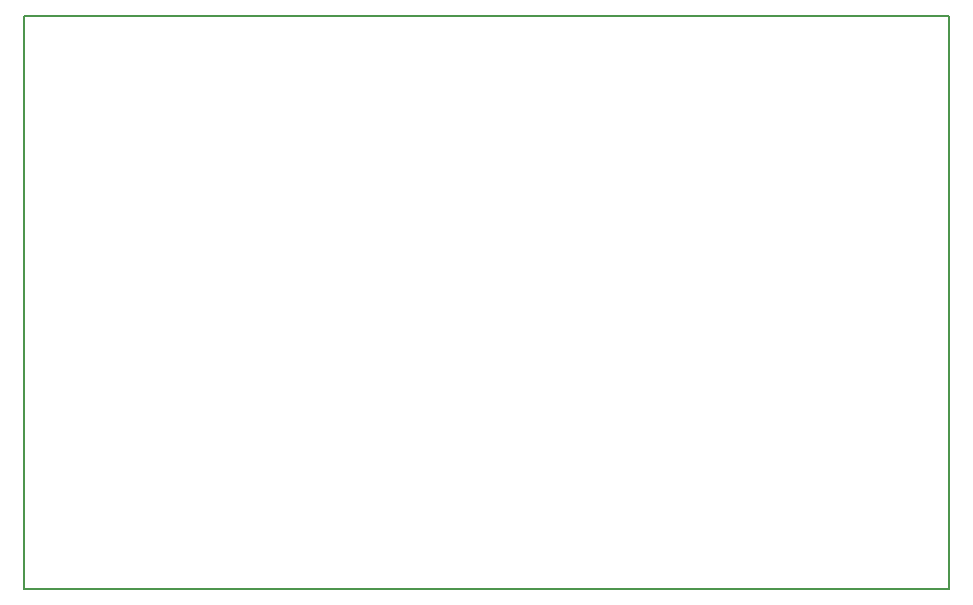
<source format=gm1>
G04 MADE WITH FRITZING*
G04 WWW.FRITZING.ORG*
G04 DOUBLE SIDED*
G04 HOLES PLATED*
G04 CONTOUR ON CENTER OF CONTOUR VECTOR*
%ASAXBY*%
%FSLAX23Y23*%
%MOIN*%
%OFA0B0*%
%SFA1.0B1.0*%
%ADD10R,3.088870X1.920070*%
%ADD11C,0.008000*%
%ADD10C,0.008*%
%LNCONTOUR*%
G90*
G70*
G54D10*
G54D11*
X4Y1916D02*
X3085Y1916D01*
X3085Y4D01*
X4Y4D01*
X4Y1916D01*
D02*
G04 End of contour*
M02*
</source>
